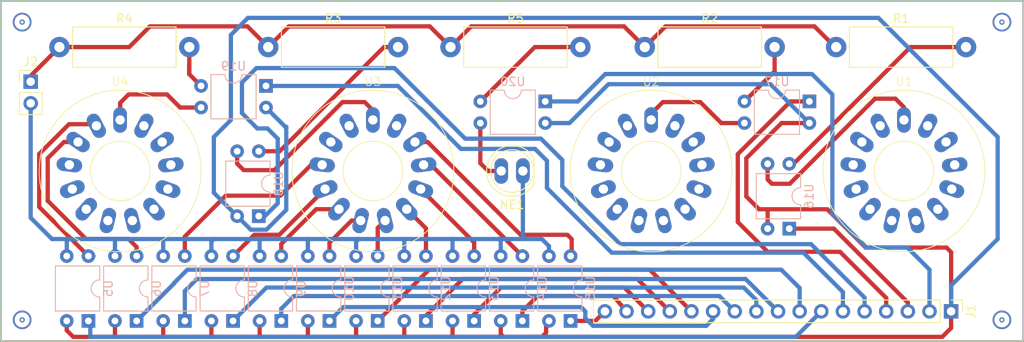
<source format=kicad_pcb>
(kicad_pcb (version 20240108) (generator "pcbnew") (generator_version "8.0")
  (layers (0 "F.Cu" signal) (1 "In1.Cu" signal) (2 "In2.Cu" signal) (31 "B.Cu" signal) (34 "B.Paste" user) (35 "F.Paste" user) (36 "B.SilkS" user "B.Silkscreen") (37 "F.SilkS" user "F.Silkscreen") (38 "B.Mask" user) (39 "F.Mask" user) (44 "Edge.Cuts" user))
  (net 0 "")
  (net 1 "Net-(J1-Pin_12)")
  (net 2 "Net-(J1-Pin_14)")
  (net 3 "Net-(J1-Pin_9)")
  (net 4 "Net-(J1-Pin_2)")
  (net 5 "Net-(J1-Pin_6)")
  (net 6 "Net-(J1-Pin_10)")
  (net 7 "Net-(J1-Pin_8)")
  (net 8 "Net-(J1-Pin_13)")
  (net 9 "Net-(J1-Pin_7)")
  (net 10 "Net-(J1-Pin_16)")
  (net 11 "Net-(J1-Pin_15)")
  (net 12 "Net-(J1-Pin_11)")
  (net 13 "Net-(J1-Pin_5)")
  (net 14 "Net-(J1-Pin_3)")
  (net 15 "Net-(J1-Pin_4)")
  (net 16 "+48V")
  (net 17 "GND")
  (net 18 "Net-(NE1-Pad2)")
  (net 19 "Net-(R1-Pad2)")
  (net 20 "Net-(R2-Pad2)")
  (net 21 "Net-(R3-Pad2)")
  (net 22 "Net-(R4-Pad2)")
  (net 23 "Net-(R5-Pad2)")
  (net 24 "/COMMA_L")
  (net 25 "/8")
  (net 26 "/COMMA_R")
  (net 27 "/7")
  (net 28 "/2")
  (net 29 "/9")
  (net 30 "/6")
  (net 31 "/3")
  (net 32 "/0")
  (net 33 "/1")
  (net 34 "/4")
  (net 35 "/5")
  (net 36 "Net-(U1-ANODE)")
  (net 37 "Net-(U2-ANODE)")
  (net 38 "Net-(U3-ANODE)")
  (net 39 "Net-(U4-ANODE)")
  (net 40 "GNDPWR")
  (net 41 "Net-(J1-Pin_17)")
  (footprint "in_14:IN_14" (layer "F.Cu") (at 93.666666 70)
    (property "Reference" "U3" (at 0 -10.5 0) (layer "F.SilkS") (effects (font (thickness 0.1))))
    (property "Value" "IN_14")
    (pad "1" thru_hole oval (at 0 -6) (size 1.6 3) (drill 1.1) (layers "*.Cu" "*.Mask") (net 38 "Net-(U3-ANODE)"))
    (pad "2" thru_hole oval (at -2.788339 -5.312736 27.7) (size 1.6 3) (drill 1.1) (layers "*.Cu" "*.Mask") (net 26 "/COMMA_R"))
    (pad "3" thru_hole oval (at -4.937903 -3.408388 55.4) (size 1.6 3) (drill 1.1) (layers "*.Cu" "*.Mask") (net 33 "/1"))
    (pad "4" thru_hole oval (at -5.956253 -0.72322 83.1) (size 1.6 3) (drill 1.1) (layers "*.Cu" "*.Mask") (net 28 "/2"))
    (pad "5" thru_hole oval (at -5.610097 2.127629 110.8) (size 1.6 3) (drill 1.1) (layers "*.Cu" "*.Mask") (net 31 "/3"))
    (pad "6" thru_hole oval (at -3.978736 4.491064 138.5) (size 1.6 3) (drill 1.1) (layers "*.Cu" "*.Mask") (net 34 "/4"))
    (pad "7" thru_hole oval (at -1.435894 5.825651 166.2) (size 1.6 3) (drill 1.1) (layers "*.Cu" "*.Mask") (net 35 "/5"))
    (pad "8" thru_hole oval (at 1.435894 5.825651 193.9) (size 1.6 3) (drill 1.1) (layers "*.Cu" "*.Mask") (net 30 "/6"))
    (pad "9" thru_hole oval (at 3.978736 4.491064 221.5) (size 1.6 3) (drill 1.1) (layers "*.Cu" "*.Mask") (net 27 "/7"))
    (pad "10" thru_hole oval (at 5.610097 2.127629 250) (size 1.6 3) (drill 1.1) (layers "*.Cu" "*.Mask") (net 25 "/8"))
    (pad "11" thru_hole oval (at 5.956253 -0.72322 277) (size 1.6 3) (drill 1.1) (layers "*.Cu" "*.Mask") (net 29 "/9"))
    (pad "12" thru_hole oval (at 4.937903 -3.408388 304.6) (size 1.6 3) (drill 1.1) (layers "*.Cu" "*.Mask") (net 32 "/0"))
    (pad "13" thru_hole oval (at 2.788339 -5.312736 332.3) (size 1.6 3) (drill 1.1) (layers "*.Cu" "*.Mask") (net 24 "/COMMA_L"))
  )
  (footprint "Resistor_THT:R_Axial_DIN0414_L11.9mm_D4.5mm_P15.24mm_Horizontal" (layer "F.Cu") (at 56.88 55.433332)
    (property "Reference" "R4" (at 7.62 -3.37 0) (layer "F.SilkS"))
    (property "Value" "R")
    (pad "1" thru_hole circle (at 0 0) (size 2.4 2.4) (drill 1.2) (layers "*.Cu" "*.Mask") (net 16 "+48V"))
    (pad "2" thru_hole oval (at 15.24 0) (size 2.4 2.4) (drill 1.2) (layers "*.Cu" "*.Mask") (net 22 "Net-(R4-Pad2)"))
  )
  (footprint "Resistor_THT:R_Axial_DIN0414_L11.9mm_D4.5mm_P15.24mm_Horizontal" (layer "F.Cu") (at 102.78 55.433332)
    (property "Reference" "R5" (at 7.62 -3.37 0) (layer "F.SilkS"))
    (property "Value" "R")
    (pad "1" thru_hole circle (at 0 0) (size 2.4 2.4) (drill 1.2) (layers "*.Cu" "*.Mask") (net 16 "+48V"))
    (pad "2" thru_hole oval (at 15.24 0) (size 2.4 2.4) (drill 1.2) (layers "*.Cu" "*.Mask") (net 23 "Net-(R5-Pad2)"))
  )
  (footprint "in_14:IN_14" (layer "F.Cu") (at 156 70)
    (property "Reference" "U1" (at 0 -10.5 0) (layer "F.SilkS") (effects (font (thickness 0.1))))
    (property "Value" "IN_14")
    (pad "1" thru_hole oval (at 0 -6) (size 1.6 3) (drill 1.1) (layers "*.Cu" "*.Mask") (net 36 "Net-(U1-ANODE)"))
    (pad "2" thru_hole oval (at -2.788339 -5.312736 27.7) (size 1.6 3) (drill 1.1) (layers "*.Cu" "*.Mask") (net 26 "/COMMA_R"))
    (pad "3" thru_hole oval (at -4.937903 -3.408388 55.4) (size 1.6 3) (drill 1.1) (layers "*.Cu" "*.Mask") (net 33 "/1"))
    (pad "4" thru_hole oval (at -5.956253 -0.72322 83.1) (size 1.6 3) (drill 1.1) (layers "*.Cu" "*.Mask") (net 28 "/2"))
    (pad "5" thru_hole oval (at -5.610097 2.127629 110.8) (size 1.6 3) (drill 1.1) (layers "*.Cu" "*.Mask") (net 31 "/3"))
    (pad "6" thru_hole oval (at -3.978736 4.491064 138.5) (size 1.6 3) (drill 1.1) (layers "*.Cu" "*.Mask") (net 34 "/4"))
    (pad "7" thru_hole oval (at -1.435894 5.825651 166.2) (size 1.6 3) (drill 1.1) (layers "*.Cu" "*.Mask") (net 35 "/5"))
    (pad "8" thru_hole oval (at 1.435894 5.825651 193.9) (size 1.6 3) (drill 1.1) (layers "*.Cu" "*.Mask") (net 30 "/6"))
    (pad "9" thru_hole oval (at 3.978736 4.491064 221.5) (size 1.6 3) (drill 1.1) (layers "*.Cu" "*.Mask") (net 27 "/7"))
    (pad "10" thru_hole oval (at 5.610097 2.127629 250) (size 1.6 3) (drill 1.1) (layers "*.Cu" "*.Mask") (net 25 "/8"))
    (pad "11" thru_hole oval (at 5.956253 -0.72322 277) (size 1.6 3) (drill 1.1) (layers "*.Cu" "*.Mask") (net 29 "/9"))
    (pad "12" thru_hole oval (at 4.937903 -3.408388 304.6) (size 1.6 3) (drill 1.1) (layers "*.Cu" "*.Mask") (net 32 "/0"))
    (pad "13" thru_hole oval (at 2.788339 -5.312736 332.3) (size 1.6 3) (drill 1.1) (layers "*.Cu" "*.Mask") (net 24 "/COMMA_L"))
  )
  (footprint "Connector_PinHeader_2.54mm:PinHeader_1x02_P2.54mm_Vertical" (layer "F.Cu") (at 53.5 59.5)
    (property "Reference" "J2" (at 0 -2.33 0) (layer "F.SilkS"))
    (property "Value" "Conn_01x02_Pin")
    (pad "1" thru_hole rect (at 0 0) (size 1.7 1.7) (drill 1) (layers "*.Cu" "*.Mask") (net 16 "+48V"))
    (pad "2" thru_hole oval (at 0 2.54) (size 1.7 1.7) (drill 1) (layers "*.Cu" "*.Mask") (net 40 "GNDPWR"))
  )
  (footprint "in_14:IN_14" (layer "F.Cu") (at 64 70)
    (property "Reference" "U4" (at 0 -10.5 0) (layer "F.SilkS") (effects (font (thickness 0.1))))
    (property "Value" "IN_14")
    (pad "1" thru_hole oval (at 0 -6) (size 1.6 3) (drill 1.1) (layers "*.Cu" "*.Mask") (net 39 "Net-(U4-ANODE)"))
    (pad "2" thru_hole oval (at -2.788339 -5.312736 27.7) (size 1.6 3) (drill 1.1) (layers "*.Cu" "*.Mask") (net 26 "/COMMA_R"))
    (pad "3" thru_hole oval (at -4.937903 -3.408388 55.4) (size 1.6 3) (drill 1.1) (layers "*.Cu" "*.Mask") (net 33 "/1"))
    (pad "4" thru_hole oval (at -5.956253 -0.72322 83.1) (size 1.6 3) (drill 1.1) (layers "*.Cu" "*.Mask") (net 28 "/2"))
    (pad "5" thru_hole oval (at -5.610097 2.127629 110.8) (size 1.6 3) (drill 1.1) (layers "*.Cu" "*.Mask") (net 31 "/3"))
    (pad "6" thru_hole oval (at -3.978736 4.491064 138.5) (size 1.6 3) (drill 1.1) (layers "*.Cu" "*.Mask") (net 34 "/4"))
    (pad "7" thru_hole oval (at -1.435894 5.825651 166.2) (size 1.6 3) (drill 1.1) (layers "*.Cu" "*.Mask") (net 35 "/5"))
    (pad "8" thru_hole oval (at 1.435894 5.825651 193.9) (size 1.6 3) (drill 1.1) (layers "*.Cu" "*.Mask") (net 30 "/6"))
    (pad "9" thru_hole oval (at 3.978736 4.491064 221.5) (size 1.6 3) (drill 1.1) (layers "*.Cu" "*.Mask") (net 27 "/7"))
    (pad "10" thru_hole oval (at 5.610097 2.127629 250) (size 1.6 3) (drill 1.1) (layers "*.Cu" "*.Mask") (net 25 "/8"))
    (pad "11" thru_hole oval (at 5.956253 -0.72322 277) (size 1.6 3) (drill 1.1) (layers "*.Cu" "*.Mask") (net 29 "/9"))
    (pad "12" thru_hole oval (at 4.937903 -3.408388 304.6) (size 1.6 3) (drill 1.1) (layers "*.Cu" "*.Mask") (net 32 "/0"))
    (pad "13" thru_hole oval (at 2.788339 -5.312736 332.3) (size 1.6 3) (drill 1.1) (layers "*.Cu" "*.Mask") (net 24 "/COMMA_L"))
  )
  (footprint "Resistor_THT:R_Axial_DIN0414_L11.9mm_D4.5mm_P15.24mm_Horizontal" (layer "F.Cu") (at 148.046663 55.433332)
    (property "Reference" "R1" (at 7.62 -3.37 0) (layer "F.SilkS"))
    (property "Value" "R")
    (pad "1" thru_hole circle (at 0 0) (size 2.4 2.4) (drill 1.2) (layers "*.Cu" "*.Mask") (net 16 "+48V"))
    (pad "2" thru_hole oval (at 15.24 0) (size 2.4 2.4) (drill 1.2) (layers "*.Cu" "*.Mask") (net 19 "Net-(R1-Pad2)"))
  )
  (footprint "Resistor_THT:R_Axial_DIN0414_L11.9mm_D4.5mm_P15.24mm_Horizontal" (layer "F.Cu") (at 125.58 55.433332)
    (property "Reference" "R2" (at 7.62 -3.37 0) (layer "F.SilkS"))
    (property "Value" "R")
    (pad "1" thru_hole circle (at 0 0) (size 2.4 2.4) (drill 1.2) (layers "*.Cu" "*.Mask") (net 16 "+48V"))
    (pad "2" thru_hole oval (at 15.24 0) (size 2.4 2.4) (drill 1.2) (layers "*.Cu" "*.Mask") (net 20 "Net-(R2-Pad2)"))
  )
  (footprint "in_14:IN_14" (layer "F.Cu") (at 126.333332 70)
    (property "Reference" "U2" (at 0 -10.5 0) (layer "F.SilkS") (effects (font (thickness 0.1))))
    (property "Value" "IN_14")
    (pad "1" thru_hole oval (at 0 -6) (size 1.6 3) (drill 1.1) (layers "*.Cu" "*.Mask") (net 37 "Net-(U2-ANODE)"))
    (pad "2" thru_hole oval (at -2.788339 -5.312736 27.7) (size 1.6 3) (drill 1.1) (layers "*.Cu" "*.Mask") (net 26 "/COMMA_R"))
    (pad "3" thru_hole oval (at -4.937903 -3.408388 55.4) (size 1.6 3) (drill 1.1) (layers "*.Cu" "*.Mask") (net 33 "/1"))
    (pad "4" thru_hole oval (at -5.956253 -0.72322 83.1) (size 1.6 3) (drill 1.1) (layers "*.Cu" "*.Mask") (net 28 "/2"))
    (pad "5" thru_hole oval (at -5.610097 2.127629 110.8) (size 1.6 3) (drill 1.1) (layers "*.Cu" "*.Mask") (net 31 "/3"))
    (pad "6" thru_hole oval (at -3.978736 4.491064 138.5) (size 1.6 3) (drill 1.1) (layers "*.Cu" "*.Mask") (net 34 "/4"))
    (pad "7" thru_hole oval (at -1.435894 5.825651 166.2) (size 1.6 3) (drill 1.1) (layers "*.Cu" "*.Mask") (net 35 "/5"))
    (pad "8" thru_hole oval (at 1.435894 5.825651 193.9) (size 1.6 3) (drill 1.1) (layers "*.Cu" "*.Mask") (net 30 "/6"))
    (pad "9" thru_hole oval (at 3.978736 4.491064 221.5) (size 1.6 3) (drill 1.1) (layers "*.Cu" "*.Mask") (net 27 "/7"))
    (pad "10" thru_hole oval (at 5.610097 2.127629 250) (size 1.6 3) (drill 1.1) (layers "*.Cu" "*.Mask") (net 25 "/8"))
    (pad "11" thru_hole oval (at 5.956253 -0.72322 277) (size 1.6 3) (drill 1.1) (layers "*.Cu" "*.Mask") (net 29 "/9"))
    (pad "12" thru_hole oval (at 4.937903 -3.408388 304.6) (size 1.6 3) (drill 1.1) (layers "*.Cu" "*.Mask") (net 32 "/0"))
    (pad "13" thru_hole oval (at 2.788339 -5.312736 332.3) (size 1.6 3) (drill 1.1) (layers "*.Cu" "*.Mask") (net 24 "/COMMA_L"))
  )
  (footprint "LED_THT:LED_D5.0mm" (layer "F.Cu") (at 111.274999 70 180)
    (property "Reference" "NE1" (at 1.27 -3.96 180) (layer "F.SilkS"))
    (property "Value" "Lamp_Neon")
    (pad "1" thru_hole oval (at 0 0 180) (size 1.6 3) (drill 1.1) (layers "*.Cu" "*.Mask") (net 40 "GNDPWR"))
    (pad "2" thru_hole oval (at 2.54 0 180) (size 1.6 3) (drill 1.1) (layers "*.Cu" "*.Mask") (net 18 "Net-(NE1-Pad2)"))
  )
  (footprint "Resistor_THT:R_Axial_DIN0414_L11.9mm_D4.5mm_P15.24mm_Horizontal" (layer "F.Cu") (at 81.379999 55.433332)
    (property "Reference" "R3" (at 7.62 -3.37 0) (layer "F.SilkS"))
    (property "Value" "R")
    (pad "1" thru_hole circle (at 0 0) (size 2.4 2.4) (drill 1.2) (layers "*.Cu" "*.Mask") (net 16 "+48V"))
    (pad "2" thru_hole oval (at 15.24 0) (size 2.4 2.4) (drill 1.2) (layers "*.Cu" "*.Mask") (net 21 "Net-(R3-Pad2)"))
  )
  (footprint "Connector_PinHeader_2.54mm:PinHeader_1x17_P2.54mm_Vertical" (layer "F.Cu") (at 161.54 86.5 -90)
    (property "Reference" "J1" (at 0 -2.33 -90) (layer "F.SilkS"))
    (property "Value" "Conn_01x17_Pin")
    (pad "1" thru_hole rect (at 0 0 270) (size 1.7 1.7) (drill 1) (layers "*.Cu" "*.Mask") (net 17 "GND"))
    (pad "2" thru_hole oval (at 0 2.54 270) (size 1.7 1.7) (drill 1) (layers "*.Cu" "*.Mask") (net 4 "Net-(J1-Pin_2)"))
    (pad "3" thru_hole oval (at 0 5.08 270) (size 1.7 1.7) (drill 1) (layers "*.Cu" "*.Mask") (net 14 "Net-(J1-Pin_3)"))
    (pad "4" thru_hole oval (at 0 7.62 270) (size 1.7 1.7) (drill 1) (layers "*.Cu" "*.Mask") (net 15 "Net-(J1-Pin_4)"))
    (pad "5" thru_hole oval (at 0 10.16 270) (size 1.7 1.7) (drill 1) (layers "*.Cu" "*.Mask") (net 13 "Net-(J1-Pin_5)"))
    (pad "6" thru_hole oval (at 0 12.7 270) (size 1.7 1.7) (drill 1) (layers "*.Cu" "*.Mask") (net 5 "Net-(J1-Pin_6)"))
    (pad "7" thru_hole oval (at 0 15.24 270) (size 1.7 1.7) (drill 1) (layers "*.Cu" "*.Mask") (net 9 "Net-(J1-Pin_7)"))
    (pad "8" thru_hole oval (at 0 17.78 270) (size 1.7 1.7) (drill 1) (layers "*.Cu" "*.Mask") (net 7 "Net-(J1-Pin_8)"))
    (pad "9" thru_hole oval (at 0 20.32 270) (size 1.7 1.7) (drill 1) (layers "*.Cu" "*.Mask") (net 3 "Net-(J1-Pin_9)"))
    (pad "10" thru_hole oval (at 0 22.86 270) (size 1.7 1.7) (drill 1) (layers "*.Cu" "*.Mask") (net 6 "Net-(J1-Pin_10)"))
    (pad "11" thru_hole oval (at 0 25.4 270) (size 1.7 1.7) (drill 1) (layers "*.Cu" "*.Mask") (net 12 "Net-(J1-Pin_11)"))
    (pad "12" thru_hole oval (at 0 27.94 270) (size 1.7 1.7) (drill 1) (layers "*.Cu" "*.Mask") (net 1 "Net-(J1-Pin_12)"))
    (pad "13" thru_hole oval (at 0 30.48 270) (size 1.7 1.7) (drill 1) (layers "*.Cu" "*.Mask") (net 8 "Net-(J1-Pin_13)"))
    (pad "14" thru_hole oval (at 0 33.02 270) (size 1.7 1.7) (drill 1) (layers "*.Cu" "*.Mask") (net 2 "Net-(J1-Pin_14)"))
    (pad "15" thru_hole oval (at 0 35.56 270) (size 1.7 1.7) (drill 1) (layers "*.Cu" "*.Mask") (net 11 "Net-(J1-Pin_15)"))
    (pad "16" thru_hole oval (at 0 38.1 270) (size 1.7 1.7) (drill 1) (layers "*.Cu" "*.Mask") (net 10 "Net-(J1-Pin_16)"))
    (pad "17" thru_hole oval (at 0 40.64 270) (size 1.7 1.7) (drill 1) (layers "*.Cu" "*.Mask") (net 41 "Net-(J1-Pin_17)"))
  )
  (footprint "Package_DIP:DIP-4_W7.62mm" (layer "B.Cu") (at 99.895 87.62 90)
    (property "Reference" "U12" (at 3.81 2.33 -90) (layer "B.SilkS") (effects (justify mirror)))
    (property "Value" "TLP627")
    (pad "1" thru_hole rect (at 0 0 90) (size 1.6 1.6) (drill 0.8) (layers "*.Cu" "*.Mask") (net 2 "Net-(J1-Pin_14)"))
    (pad "2" thru_hole oval (at 0 -2.54 90) (size 1.6 1.6) (drill 0.8) (layers "*.Cu" "*.Mask") (net 17 "GND"))
    (pad "3" thru_hole oval (at 7.62 -2.54 90) (size 1.6 1.6) (drill 0.8) (layers "*.Cu" "*.Mask") (net 40 "GNDPWR"))
    (pad "4" thru_hole oval (at 7.62 0 90) (size 1.6 1.6) (drill 0.8) (layers "*.Cu" "*.Mask") (net 27 "/7"))
  )
  (footprint "Package_DIP:DIP-4_W7.62mm" (layer "B.Cu") (at 142.54 76.775 90)
    (property "Reference" "U16" (at 3.81 2.33 -90) (layer "B.SilkS") (effects (justify mirror)))
    (property "Value" "TLP627")
    (pad "1" thru_hole rect (at 0 0 90) (size 1.6 1.6) (drill 0.8) (layers "*.Cu" "*.Mask") (net 14 "Net-(J1-Pin_3)"))
    (pad "2" thru_hole oval (at 0 -2.54 90) (size 1.6 1.6) (drill 0.8) (layers "*.Cu" "*.Mask") (net 17 "GND"))
    (pad "3" thru_hole oval (at 7.62 -2.54 90) (size 1.6 1.6) (drill 0.8) (layers "*.Cu" "*.Mask") (net 36 "Net-(U1-ANODE)"))
    (pad "4" thru_hole oval (at 7.62 0 90) (size 1.6 1.6) (drill 0.8) (layers "*.Cu" "*.Mask") (net 19 "Net-(R1-Pad2)"))
  )
  (footprint "Package_DIP:DIP-4_W7.62mm" (layer "B.Cu") (at 80.275 75.3 90)
    (property "Reference" "U18" (at 3.81 2.33 -90) (layer "B.SilkS") (effects (justify mirror)))
    (property "Value" "TLP627")
    (pad "1" thru_hole rect (at 0 0 90) (size 1.6 1.6) (drill 0.8) (layers "*.Cu" "*.Mask") (net 13 "Net-(J1-Pin_5)"))
    (pad "2" thru_hole oval (at 0 -2.54 90) (size 1.6 1.6) (drill 0.8) (layers "*.Cu" "*.Mask") (net 17 "GND"))
    (pad "3" thru_hole oval (at 7.62 -2.54 90) (size 1.6 1.6) (drill 0.8) (layers "*.Cu" "*.Mask") (net 38 "Net-(U3-ANODE)"))
    (pad "4" thru_hole oval (at 7.62 0 90) (size 1.6 1.6) (drill 0.8) (layers "*.Cu" "*.Mask") (net 21 "Net-(R3-Pad2)"))
  )
  (footprint "Package_DIP:DIP-4_W7.62mm" (layer "B.Cu") (at 113.9 61.825 180)
    (property "Reference" "U20" (at 3.81 2.33 180) (layer "B.SilkS") (effects (justify mirror)))
    (property "Value" "TLP627")
    (pad "1" thru_hole rect (at 0 0 180) (size 1.6 1.6) (drill 0.8) (layers "*.Cu" "*.Mask") (net 4 "Net-(J1-Pin_2)"))
    (pad "2" thru_hole oval (at 0 -2.54 180) (size 1.6 1.6) (drill 0.8) (layers "*.Cu" "*.Mask") (net 17 "GND"))
    (pad "3" thru_hole oval (at 7.62 -2.54 180) (size 1.6 1.6) (drill 0.8) (layers "*.Cu" "*.Mask") (net 18 "Net-(NE1-Pad2)"))
    (pad "4" thru_hole oval (at 7.62 0 180) (size 1.6 1.6) (drill 0.8) (layers "*.Cu" "*.Mask") (net 23 "Net-(R5-Pad2)"))
  )
  (footprint "Package_DIP:DIP-4_W7.62mm" (layer "B.Cu") (at 144.9 61.825 180)
    (property "Reference" "U17" (at 3.81 2.33 180) (layer "B.SilkS") (effects (justify mirror)))
    (property "Value" "TLP627")
    (pad "1" thru_hole rect (at 0 0 180) (size 1.6 1.6) (drill 0.8) (layers "*.Cu" "*.Mask") (net 15 "Net-(J1-Pin_4)"))
    (pad "2" thru_hole oval (at 0 -2.54 180) (size 1.6 1.6) (drill 0.8) (layers "*.Cu" "*.Mask") (net 17 "GND"))
    (pad "3" thru_hole oval (at 7.62 -2.54 180) (size 1.6 1.6) (drill 0.8) (layers "*.Cu" "*.Mask") (net 37 "Net-(U2-ANODE)"))
    (pad "4" thru_hole oval (at 7.62 0 180) (size 1.6 1.6) (drill 0.8) (layers "*.Cu" "*.Mask") (net 20 "Net-(R2-Pad2)"))
  )
  (footprint "Package_DIP:DIP-4_W7.62mm" (layer "B.Cu") (at 105.555 87.62 90)
    (property "Reference" "U13" (at 3.81 2.33 -90) (layer "B.SilkS") (effects (justify mirror)))
    (property "Value" "TLP627")
    (pad "1" thru_hole rect (at 0 0 90) (size 1.6 1.6) (drill 0.8) (layers "*.Cu" "*.Mask") (net 11 "Net-(J1-Pin_15)"))
    (pad "2" thru_hole oval (at 0 -2.54 90) (size 1.6 1.6) (drill 0.8) (layers "*.Cu" "*.Mask") (net 17 "GND"))
    (pad "3" thru_hole oval (at 7.62 -2.54 90) (size 1.6 1.6) (drill 0.8) (layers "*.Cu" "*.Mask") (net 40 "GNDPWR"))
    (pad "4" thru_hole oval (at 7.62 0 90) (size 1.6 1.6) (drill 0.8) (layers "*.Cu" "*.Mask") (net 25 "/8"))
  )
  (footprint "Package_DIP:DIP-4_W7.62mm" (layer "B.Cu") (at 60.275 87.62 90)
    (property "Reference" "U5" (at 3.81 2.33 -90) (layer "B.SilkS") (effects (justify mirror)))
    (property "Value" "TLP627")
    (pad "1" thru_hole rect (at 0 0 90) (size 1.6 1.6) (drill 0.8) (layers "*.Cu" "*.Mask") (net 9 "Net-(J1-Pin_7)"))
    (pad "2" thru_hole oval (at 0 -2.54 90) (size 1.6 1.6) (drill 0.8) (layers "*.Cu" "*.Mask") (net 17 "GND"))
    (pad "3" thru_hole oval (at 7.62 -2.54 90) (size 1.6 1.6) (drill 0.8) (layers "*.Cu" "*.Mask") (net 40 "GNDPWR"))
    (pad "4" thru_hole oval (at 7.62 0 90) (size 1.6 1.6) (drill 0.8) (layers "*.Cu" "*.Mask") (net 26 "/COMMA_R"))
  )
  (footprint "Package_DIP:DIP-4_W7.62mm" (layer "B.Cu") (at 88.575 87.62 90)
    (property "Reference" "U10" (at 3.81 2.33 -90) (layer "B.SilkS") (effects (justify mirror)))
    (property "Value" "TLP627")
    (pad "1" thru_hole rect (at 0 0 90) (size 1.6 1.6) (drill 0.8) (layers "*.Cu" "*.Mask") (net 1 "Net-(J1-Pin_12)"))
    (pad "2" thru_hole oval (at 0 -2.54 90) (size 1.6 1.6) (drill 0.8) (layers "*.Cu" "*.Mask") (net 17 "GND"))
    (pad "3" thru_hole oval (at 7.62 -2.54 90) (size 1.6 1.6) (drill 0.8) (layers "*.Cu" "*.Mask") (net 40 "GNDPWR"))
    (pad "4" thru_hole oval (at 7.62 0 90) (size 1.6 1.6) (drill 0.8) (layers "*.Cu" "*.Mask") (net 35 "/5"))
  )
  (footprint "Package_DIP:DIP-4_W7.62mm" (layer "B.Cu") (at 111.215 87.62 90)
    (property "Reference" "U14" (at 3.81 2.33 -90) (layer "B.SilkS") (effects (justify mirror)))
    (property "Value" "TLP627")
    (pad "1" thru_hole rect (at 0 0 90) (size 1.6 1.6) (drill 0.8) (layers "*.Cu" "*.Mask") (net 10 "Net-(J1-Pin_16)"))
    (pad "2" thru_hole oval (at 0 -2.54 90) (size 1.6 1.6) (drill 0.8) (layers "*.Cu" "*.Mask") (net 17 "GND"))
    (pad "3" thru_hole oval (at 7.62 -2.54 90) (size 1.6 1.6) (drill 0.8) (layers "*.Cu" "*.Mask") (net 40 "GNDPWR"))
    (pad "4" thru_hole oval (at 7.62 0 90) (size 1.6 1.6) (drill 0.8) (layers "*.Cu" "*.Mask") (net 29 "/9"))
  )
  (footprint "Package_DIP:DIP-4_W7.62mm" (layer "B.Cu") (at 94.235 87.62 90)
    (property "Reference" "U11" (at 3.81 2.33 -90) (layer "B.SilkS") (effects (justify mirror)))
    (property "Value" "TLP627")
    (pad "1" thru_hole rect (at 0 0 90) (size 1.6 1.6) (drill 0.8) (layers "*.Cu" "*.Mask") (net 8 "Net-(J1-Pin_13)"))
    (pad "2" thru_hole oval (at 0 -2.54 90) (size 1.6 1.6) (drill 0.8) (layers "*.Cu" "*.Mask") (net 17 "GND"))
    (pad "3" thru_hole oval (at 7.62 -2.54 90) (size 1.6 1.6) (drill 0.8) (layers "*.Cu" "*.Mask") (net 40 "GNDPWR"))
    (pad "4" thru_hole oval (at 7.62 0 90) (size 1.6 1.6) (drill 0.8) (layers "*.Cu" "*.Mask") (net 30 "/6"))
  )
  (footprint "Package_DIP:DIP-4_W7.62mm" (layer "B.Cu") (at 81.12 60 180)
    (property "Reference" "U19" (at 3.81 2.33 180) (layer "B.SilkS") (effects (justify mirror)))
    (property "Value" "TLP627")
    (pad "1" thru_hole rect (at 0 0 180) (size 1.6 1.6) (drill 0.8) (layers "*.Cu" "*.Mask") (net 5 "Net-(J1-Pin_6)"))
    (pad "2" thru_hole oval (at 0 -2.54 180) (size 1.6 1.6) (drill 0.8) (layers "*.Cu" "*.Mask") (net 17 "GND"))
    (pad "3" thru_hole oval (at 7.62 -2.54 180) (size 1.6 1.6) (drill 0.8) (layers "*.Cu" "*.Mask") (net 39 "Net-(U4-ANODE)"))
    (pad "4" thru_hole oval (at 7.62 0 180) (size 1.6 1.6) (drill 0.8) (layers "*.Cu" "*.Mask") (net 22 "Net-(R4-Pad2)"))
  )
  (footprint "Package_DIP:DIP-4_W7.62mm" (layer "B.Cu") (at 71.595 87.62 90)
    (property "Reference" "U7" (at 3.81 2.33 -90) (layer "B.SilkS") (effects (justify mirror)))
    (property "Value" "TLP627")
    (pad "1" thru_hole rect (at 0 0 90) (size 1.6 1.6) (drill 0.8) (layers "*.Cu" "*.Mask") (net 3 "Net-(J1-Pin_9)"))
    (pad "2" thru_hole oval (at 0 -2.54 90) (size 1.6 1.6) (drill 0.8) (layers "*.Cu" "*.Mask") (net 17 "GND"))
    (pad "3" thru_hole oval (at 7.62 -2.54 90) (size 1.6 1.6) (drill 0.8) (layers "*.Cu" "*.Mask") (net 40 "GNDPWR"))
    (pad "4" thru_hole oval (at 7.62 0 90) (size 1.6 1.6) (drill 0.8) (layers "*.Cu" "*.Mask") (net 28 "/2"))
  )
  (footprint "Package_DIP:DIP-4_W7.62mm" (layer "B.Cu") (at 77.255 87.62 90)
    (property "Reference" "U8" (at 3.81 2.33 -90) (layer "B.SilkS") (effects (justify mirror)))
    (property "Value" "TLP627")
    (pad "1" thru_hole rect (at 0 0 90) (size 1.6 1.6) (drill 0.8) (layers "*.Cu" "*.Mask") (net 6 "Net-(J1-Pin_10)"))
    (pad "2" thru_hole oval (at 0 -2.54 90) (size 1.6 1.6) (drill 0.8) (layers "*.Cu" "*.Mask") (net 17 "GND"))
    (pad "3" thru_hole oval (at 7.62 -2.54 90) (size 1.6 1.6) (drill 0.8) (layers "*.Cu" "*.Mask") (net 40 "GNDPWR"))
    (pad "4" thru_hole oval (at 7.62 0 90) (size 1.6 1.6) (drill 0.8) (layers "*.Cu" "*.Mask") (net 31 "/3"))
  )
  (footprint "Package_DIP:DIP-4_W7.62mm" (layer "B.Cu") (at 65.935 87.62 90)
    (property "Reference" "U6" (at 3.81 2.33 -90) (layer "B.SilkS") (effects (justify mirror)))
    (property "Value" "TLP627")
    (pad "1" thru_hole rect (at 0 0 90) (size 1.6 1.6) (drill 0.8) (layers "*.Cu" "*.Mask") (net 7 "Net-(J1-Pin_8)"))
    (pad "2" thru_hole oval (at 0 -2.54 90) (size 1.6 1.6) (drill 0.8) (layers "*.Cu" "*.Mask") (net 17 "GND"))
    (pad "3" thru_hole oval (at 7.62 -2.54 90) (size 1.6 1.6) (drill 0.8) (layers "*.Cu" "*.Mask") (net 40 "GNDPWR"))
    (pad "4" thru_hole oval (at 7.62 0 90) (size 1.6 1.6) (drill 0.8) (layers "*.Cu" "*.Mask") (net 33 "/1"))
  )
  (footprint "Package_DIP:DIP-4_W7.62mm" (layer "B.Cu") (at 116.875 87.62 90)
    (property "Reference" "U15" (at 3.81 2.33 -90) (layer "B.SilkS") (effects (justify mirror)))
    (property "Value" "TLP627")
    (pad "1" thru_hole rect (at 0 0 90) (size 1.6 1.6) (drill 0.8) (layers "*.Cu" "*.Mask") (net 41 "Net-(J1-Pin_17)"))
    (pad "2" thru_hole oval (at 0 -2.54 90) (size 1.6 1.6) (drill 0.8) (layers "*.Cu" "*.Mask") (net 17 "GND"))
    (pad "3" thru_hole oval (at 7.62 -2.54 90) (size 1.6 1.6) (drill 0.8) (layers "*.Cu" "*.Mask") (net 40 "GNDPWR"))
    (pad "4" thru_hole oval (at 7.62 0 90) (size 1.6 1.6) (drill 0.8) (layers "*.Cu" "*.Mask") (net 32 "/0"))
  )
  (footprint "Package_DIP:DIP-4_W7.62mm" (layer "B.Cu") (at 82.915 87.62 90)
    (property "Reference" "U9" (at 3.81 2.33 -90) (layer "B.SilkS") (effects (justify mirror)))
    (property "Value" "TLP627")
    (pad "1" thru_hole rect (at 0 0 90) (size 1.6 1.6) (drill 0.8) (layers "*.Cu" "*.Mask") (net 12 "Net-(J1-Pin_11)"))
    (pad "2" thru_hole oval (at 0 -2.54 90) (size 1.6 1.6) (drill 0.8) (layers "*.Cu" "*.Mask") (net 17 "GND"))
    (pad "3" thru_hole oval (at 7.62 -2.54 90) (size 1.6 1.6) (drill 0.8) (layers "*.Cu" "*.Mask") (net 40 "GNDPWR"))
    (pad "4" thru_hole oval (at 7.62 0 90) (size 1.6 1.6) (drill 0.8) (layers "*.Cu" "*.Mask") (net 34 "/4"))
  )
  (gr_line (start 170 50) (end 170 90) (stroke (width 0.2)) (layer "F.Cu"))
  (gr_circle (center 52.5 52.5) (end 52.5 51.5) (stroke (width 0.2)) (fill none) (layer "F.Cu"))
  (gr_circle (center 167.5 87.5) (end 168.5 87.5) (stroke (width 0.2)) (fill none) (layer "F.Cu"))
  (gr_circle (center 167.5 52.5) (end 168.5 52.5) (stroke (width 0.2)) (fill none) (layer "F.Cu"))
  (gr_circle (center 52.5 87.5) (end 52.5 88.5) (stroke (width 0.2)) (fill none) (layer "F.Cu"))
  (gr_line (start 170 90) (end 50 90) (stroke (width 0.2)) (layer "F.Cu"))
  (gr_line (start 170 50) (end 50 50) (stroke (width 0.2)) (layer "F.Cu"))
  (gr_line (start 50 90) (end 50 50) (stroke (width 0.2)) (layer "F.Cu"))
  (gr_circle (center 52.5 87.5) (end 52.9 88.4) (stroke (width 0.2)) (fill none) (layer "B.Cu"))
  (gr_circle (center 52.5 52.5) (end 52.6 53.5) (stroke (width 0.2)) (fill none) (layer "B.Cu"))
  (gr_circle (center 167.5 87.5) (end 167.9 88.4) (stroke (width 0.2)) (fill none) (layer "B.Cu"))
  (gr_line (start 50 50) (end 170 50) (stroke (width 0.2)) (layer "B.Cu"))
  (gr_line (start 170 50) (end 170 90) (stroke (width 0.2)) (layer "B.Cu"))
  (gr_circle (center 167.5 52.5) (end 168.1 53.3) (stroke (width 0.2)) (fill none) (layer "B.Cu"))
  (gr_line (start 170 90) (end 50 90) (stroke (width 0.2)) (layer "B.Cu"))
  (gr_line (start 50 50) (end 50 90) (stroke (width 0.2)) (layer "B.Cu"))
  (gr_line (start 50 50) (end 170 50) (stroke (width 0.1)) (layer "F.SilkS"))
  (gr_line (start 170 90) (end 50 90) (stroke (width 0.1)) (layer "F.SilkS"))
  (gr_line (start 50 90) (end 50 50) (stroke (width 0.1)) (layer "F.SilkS"))
  (gr_line (start 170 50) (end 170 90) (stroke (width 0.1)) (layer "F.SilkS"))
  (via (at 167.5 87.5) (size 0.6) (drill 0.3) (layers "F.Cu" "B.Cu") (net 0))
  (via (at 52.5 52.5) (size 0.6) (drill 0.3) (layers "F.Cu" "B.Cu") (net 0))
  (via (at 167.5 52.5) (size 0.6) (drill 0.3) (layers "F.Cu" "B.Cu") (net 0))
  (via (at 52.5 87.5) (size 0.6) (drill 0.3) (layers "F.Cu" "B.Cu") (net 0))
  (segment (start 118.6 87.3) (end 118.6 86.5) (width 0.5) (layer "B.Cu") (net 1))
  (segment (start 119.5 88.2) (end 118.6 87.3) (width 0.5) (layer "B.Cu") (net 1))
  (segment (start 133.6 86.5) (end 133.6 87.4) (width 0.5) (layer "B.Cu") (net 1))
  (segment (start 118.6 86.5) (end 118.1 86) (width 0.5) (layer "B.Cu") (net 1))
  (segment (start 133.6 87.4) (end 132.8 88.2) (width 0.5) (layer "B.Cu") (net 1))
  (segment (start 90.195 86) (end 88.575 87.62) (width 0.5) (layer "B.Cu") (net 1))
  (segment (start 132.8 88.2) (end 119.5 88.2) (width 0.5) (layer "B.Cu") (net 1))
  (segment (start 118.1 86) (end 90.195 86) (width 0.5) (layer "B.Cu") (net 1))
  (segment (start 104.2 82.7) (end 124.72 82.7) (width 0.5) (layer "F.Cu") (net 2))
  (segment (start 124.72 82.7) (end 128.52 86.5) (width 0.5) (layer "F.Cu") (net 2))
  (segment (start 99.895 87.62) (end 99.895 87.005) (width 0.5) (layer "F.Cu") (net 2))
  (segment (start 99.895 87.005) (end 104.2 82.7) (width 0.5) (layer "F.Cu") (net 2))
  (segment (start 73 82.7) (end 71.595 84.105) (width 0.5) (layer "B.Cu") (net 3))
  (segment (start 137.42 82.7) (end 73 82.7) (width 0.5) (layer "B.Cu") (net 3))
  (segment (start 141.22 86.5) (end 137.42 82.7) (width 0.5) (layer "B.Cu") (net 3))
  (segment (start 71.595 84.105) (end 71.595 87.62) (width 0.5) (layer "B.Cu") (net 3))
  (segment (start 117.725 61.825) (end 113.9 61.825) (width 0.5) (layer "B.Cu") (net 4))
  (segment (start 151.6 79) (end 147.6 75) (width 0.5) (layer "B.Cu") (net 4))
  (segment (start 120.95 58.6) (end 117.725 61.825) (width 0.5) (layer "B.Cu") (net 4))
  (segment (start 147.6 61) (end 145.2 58.6) (width 0.5) (layer "B.Cu") (net 4))
  (segment (start 145.2 58.6) (end 120.95 58.6) (width 0.5) (layer "B.Cu") (net 4))
  (segment (start 156.4 79) (end 151.6 79) (width 0.5) (layer "B.Cu") (net 4))
  (segment (start 159 81.6) (end 156.4 79) (width 0.5) (layer "B.Cu") (net 4))
  (segment (start 159 86.5) (end 159 81.6) (width 0.5) (layer "B.Cu") (net 4))
  (segment (start 147.6 75) (end 147.6 61) (width 0.5) (layer "B.Cu") (net 4))
  (segment (start 148.84 84.24) (end 144.2 79.6) (width 0.5) (layer "B.Cu") (net 5))
  (segment (start 121.7 79.6) (end 114.1 72) (width 0.5) (layer "B.Cu") (net 5))
  (segment (start 104 67.4) (end 96.6 60) (width 0.5) (layer "B.Cu") (net 5))
  (segment (start 112.7 67.4) (end 104 67.4) (width 0.5) (layer "B.Cu") (net 5))
  (segment (start 114.1 72) (end 114.1 68.8) (width 0.5) (layer "B.Cu") (net 5))
  (segment (start 96.6 60) (end 81.12 60) (width 0.5) (layer "B.Cu") (net 5))
  (segment (start 148.84 86.5) (end 148.84 84.24) (width 0.5) (layer "B.Cu") (net 5))
  (segment (start 144.2 79.6) (end 121.7 79.6) (width 0.5) (layer "B.Cu") (net 5))
  (segment (start 114.1 68.8) (end 112.7 67.4) (width 0.5) (layer "B.Cu") (net 5))
  (segment (start 137.2 83.7) (end 138.68 85.18) (width 0.5) (layer "B.Cu") (net 6))
  (segment (start 77.255 87.62) (end 81.175 83.7) (width 0.5) (layer "B.Cu") (net 6))
  (segment (start 138.68 85.18) (end 138.68 86.5) (width 0.5) (layer "B.Cu") (net 6))
  (segment (start 81.175 83.7) (end 137.2 83.7) (width 0.5) (layer "B.Cu") (net 6))
  (segment (start 141.6 81.6) (end 143.76 83.76) (width 0.5) (layer "B.Cu") (net 7))
  (segment (start 70.345 83.155) (end 71.9 81.6) (width 0.5) (layer "B.Cu") (net 7))
  (segment (start 65.935 87.62) (end 70.345 83.21) (width 0.5) (layer "B.Cu") (net 7))
  (segment (start 143.76 83.76) (end 143.76 86.5) (width 0.5) (layer "B.Cu") (net 7))
  (segment (start 70.345 83.21) (end 70.345 83.155) (width 0.5) (layer "B.Cu") (net 7))
  (segment (start 71.9 81.6) (end 141.6 81.6) (width 0.5) (layer "B.Cu") (net 7))
  (segment (start 126.16 81.6) (end 100.255 81.6) (width 0.5) (layer "F.Cu") (net 8))
  (segment (start 131.06 86.5) (end 126.16 81.6) (width 0.5) (layer "F.Cu") (net 8))
  (segment (start 100.255 81.6) (end 94.235 87.62) (width 0.5) (layer "F.Cu") (net 8))
  (segment (start 60.5 89.5) (end 60.5 87.845) (width 0.5) (layer "B.Cu") (net 9))
  (segment (start 146.3 86.5) (end 143.3 89.5) (width 0.5) (layer "B.Cu") (net 9))
  (segment (start 60.5 87.845) (end 60.275 87.62) (width 0.5) (layer "B.Cu") (net 9))
  (segment (start 143.3 89.5) (end 60.5 89.5) (width 0.5) (layer "B.Cu") (net 9))
  (segment (start 113 84.7) (end 121.9 84.7) (width 0.5) (layer "F.Cu") (net 10))
  (segment (start 111.215 87.62) (end 111.215 86.485) (width 0.5) (layer "F.Cu") (net 10))
  (segment (start 121.9 84.7) (end 123.44 86.5) (width 0.5) (layer "F.Cu") (net 10))
  (segment (start 111.215 86.485) (end 113 84.7) (width 0.5) (layer "F.Cu") (net 10))
  (segment (start 108.7 83.7) (end 105.555 86.845) (width 0.5) (layer "F.Cu") (net 11))
  (segment (start 105.555 86.845) (end 105.555 87.62) (width 0.5) (layer "F.Cu") (net 11))
  (segment (start 125.98 86.5) (end 123.18 83.7) (width 0.5) (layer "F.Cu") (net 11))
  (segment (start 123.18 83.7) (end 108.7 83.7) (width 0.5) (layer "F.Cu") (net 11))
  (segment (start 82.915 86.185) (end 82.915 87.62) (width 0.5) (layer "B.Cu") (net 12))
  (segment (start 134.34 84.7) (end 84.4 84.7) (width 0.5) (layer "B.Cu") (net 12))
  (segment (start 136.14 86.5) (end 134.34 84.7) (width 0.5) (layer "B.Cu") (net 12))
  (segment (start 84.4 84.7) (end 82.915 86.185) (width 0.5) (layer "B.Cu") (net 12))
  (segment (start 78.3 59.6) (end 78.3 63.2) (width 0.5) (layer "B.Cu") (net 13))
  (segment (start 151.38 86.5) (end 151.38 84.88) (width 0.5) (layer "B.Cu") (net 13))
  (segment (start 81.3 65) (end 82.5 66.2) (width 0.5) (layer "B.Cu") (net 13))
  (segment (start 78.3 63.2) (end 80.1 65) (width 0.5) (layer "B.Cu") (net 13))
  (segment (start 80 57.9) (end 78.3 59.6) (width 0.5) (layer "B.Cu") (net 13))
  (segment (start 82.5 66.2) (end 82.5 73.8) (width 0.5) (layer "B.Cu") (net 13))
  (segment (start 151.38 84.88) (end 145.1 78.6) (width 0.5) (layer "B.Cu") (net 13))
  (segment (start 145.1 78.6) (end 122.7 78.6) (width 0.5) (layer "B.Cu") (net 13))
  (segment (start 104.5 66.2) (end 96.2 57.9) (width 0.5) (layer "B.Cu") (net 13))
  (segment (start 113.4 66.2) (end 104.5 66.2) (width 0.5) (layer "B.Cu") (net 13))
  (segment (start 115.9 71.8) (end 115.9 68.7) (width 0.5) (layer "B.Cu") (net 13))
  (segment (start 82.5 73.8) (end 81 75.3) (width 0.5) (layer "B.Cu") (net 13))
  (segment (start 81 75.3) (end 80.275 75.3) (width 0.5) (layer "B.Cu") (net 13))
  (segment (start 80.1 65) (end 81.3 65) (width 0.5) (layer "B.Cu") (net 13))
  (segment (start 115.9 68.7) (end 113.4 66.2) (width 0.5) (layer "B.Cu") (net 13))
  (segment (start 96.2 57.9) (end 80 57.9) (width 0.5) (layer "B.Cu") (net 13))
  (segment (start 122.7 78.6) (end 115.9 71.8) (width 0.5) (layer "B.Cu") (net 13))
  (segment (start 147.775 76.775) (end 156.46 85.46) (width 0.5) (layer "F.Cu") (net 14))
  (segment (start 156.46 85.46) (end 156.46 86.5) (width 0.5) (layer "F.Cu") (net 14))
  (segment (start 142.54 76.775) (end 147.775 76.775) (width 0.5) (layer "F.Cu") (net 14))
  (segment (start 153.92 84.92) (end 148.5 79.5) (width 0.5) (layer "F.Cu") (net 15))
  (segment (start 136.5 76) (end 136.5 68.01005) (width 0.5) (layer "F.Cu") (net 15))
  (segment (start 153.92 86.5) (end 153.92 84.92) (width 0.5) (layer "F.Cu") (net 15))
  (segment (start 136.5 68.01005) (end 142.68505 61.825) (width 0.5) (layer "F.Cu") (net 15))
  (segment (start 148.5 79.5) (end 140 79.5) (width 0.5) (layer "F.Cu") (net 15))
  (segment (start 142.68505 61.825) (end 144.9 61.825) (width 0.5) (layer "F.Cu") (net 15))
  (segment (start 140 79.5) (end 136.5 76) (width 0.5) (layer "F.Cu") (net 15))
  (segment (start 56.88 55.433332) (end 65.066668 55.433332) (width 0.5) (layer "F.Cu") (net 16))
  (segment (start 105.213332 53) (end 123.146668 53) (width 0.5) (layer "F.Cu") (net 16))
  (segment (start 128.013332 53) (end 145.5 53) (width 0.5) (layer "F.Cu") (net 16))
  (segment (start 67.5 53) (end 78.946667 53) (width 0.5) (layer "F.Cu") (net 16))
  (segment (start 53.5 58.813332) (end 56.88 55.433332) (width 0.5) (layer "F.Cu") (net 16))
  (segment (start 81.379999 55.433332) (end 83.813331 53) (width 0.5) (layer "F.Cu") (net 16))
  (segment (start 78.946667 53) (end 81.379999 55.433332) (width 0.5) (layer "F.Cu") (net 16))
  (segment (start 147.933332 55.433332) (end 148.046663 55.433332) (width 0.5) (layer "F.Cu") (net 16))
  (segment (start 125.58 55.433332) (end 128.013332 53) (width 0.5) (layer "F.Cu") (net 16))
  (segment (start 53.5 59.5) (end 53.5 58.813332) (width 0.5) (layer "F.Cu") (net 16))
  (segment (start 145.5 53) (end 147.933332 55.433332) (width 0.5) (layer "F.Cu") (net 16))
  (segment (start 123.146668 53) (end 125.58 55.433332) (width 0.5) (layer "F.Cu") (net 16))
  (segment (start 83.813331 53) (end 100.346668 53) (width 0.5) (layer "F.Cu") (net 16))
  (segment (start 100.346668 53) (end 102.78 55.433332) (width 0.5) (layer "F.Cu") (net 16))
  (segment (start 102.78 55.433332) (end 105.213332 53) (width 0.5) (layer "F.Cu") (net 16))
  (segment (start 65.066668 55.433332) (end 67.5 53) (width 0.5) (layer "F.Cu") (net 16))
  (segment (start 108.675 89.175) (end 109 89.5) (width 0.5) (layer "F.Cu") (net 17))
  (segment (start 137.5 73) (end 139 74.5) (width 0.5) (layer "F.Cu") (net 17))
  (segment (start 97.355 89.355) (end 97.5 89.5) (width 0.5) (layer "F.Cu") (net 17))
  (segment (start 69.055 87.62) (end 69.055 89.445) (width 0.5) (layer "F.Cu") (net 17))
  (segment (start 86.035 89.465) (end 86 89.5) (width 0.5) (layer "F.Cu") (net 17))
  (segment (start 140 76.775) (end 140 74.5) (width 0.5) (layer "F.Cu") (net 17))
  (segment (start 108.675 87.62) (end 108.675 89.175) (width 0.5) (layer "F.Cu") (net 17))
  (segment (start 69 89.5) (end 74.5 89.5) (width 0.5) (layer "F.Cu") (net 17))
  (segment (start 112 89.5) (end 113.5 89.5) (width 0.5) (layer "F.Cu") (net 17))
  (segment (start 91.5 89.5) (end 97.5 89.5) (width 0.5) (layer "F.Cu") (net 17))
  (segment (start 80.375 89.375) (end 80.5 89.5) (width 0.5) (layer "F.Cu") (net 17))
  (segment (start 144.9 64.365) (end 141.635 64.365) (width 0.5) (layer "F.Cu") (net 17))
  (segment (start 103 89.5) (end 109 89.5) (width 0.5) (layer "F.Cu") (net 17))
  (segment (start 63.5 89.5) (end 69 89.5) (width 0.5) (layer "F.Cu") (net 17))
  (segment (start 114 89) (end 114 87.955) (width 0.5) (layer "F.Cu") (net 17))
  (segment (start 74.5 89.5) (end 80.5 89.5) (width 0.5) (layer "F.Cu") (net 17))
  (segment (start 161.54 79.54) (end 161.54 86.5) (width 0.5) (layer "F.Cu") (net 17))
  (segment (start 140 74.5) (end 147 74.5) (width 0.5) (layer "F.Cu") (net 17))
  (segment (start 151.5 79) (end 161 79) (width 0.5) (layer "F.Cu") (net 17))
  (segment (start 139 74.5) (end 140 74.5) (width 0.5) (layer "F.Cu") (net 17))
  (segment (start 63.395 89.395) (end 63.5 89.5) (width 0.5) (layer "F.Cu") (net 17))
  (segment (start 74.715 87.62) (end 74.715 89.285) (width 0.5) (layer "F.Cu") (net 17))
  (segment (start 91.695 89.305) (end 91.5 89.5) (width 0.5) (layer "F.Cu") (net 17))
  (segment (start 103.015 89.485) (end 103 89.5) (width 0.5) (layer "F.Cu") (net 17))
  (segment (start 161 79) (end 161.54 79.54) (width 0.5) (layer "F.Cu") (net 17))
  (segment (start 86 89.5) (end 91.5 89.5) (width 0.5) (layer "F.Cu") (net 17))
  (segment (start 91.695 87.62) (end 91.695 89.305) (width 0.5) (layer "F.Cu") (net 17))
  (segment (start 80.5 89.5) (end 86 89.5) (width 0.5) (layer "F.Cu") (net 17))
  (segment (start 103.015 87.62) (end 103.015 89.485) (width 0.5) (layer "F.Cu") (net 17))
  (segment (start 109 89.5) (end 112 89.5) (width 0.5) (layer "F.Cu") (net 17))
  (segment (start 160.5 89.5) (end 112 89.5) (width 0.5) (layer "F.Cu") (net 17))
  (segment (start 74.715 89.285) (end 74.5 89.5) (width 0.5) (layer "F.Cu") (net 17))
  (segment (start 97.355 87.62) (end 97.355 89.355) (width 0.5) (layer "F.Cu") (net 17))
  (segment (start 97.5 89.5) (end 103 89.5) (width 0.5) (layer "F.Cu") (net 17))
  (segment (start 86.035 87.62) (end 86.035 89.465) (width 0.5) (layer "F.Cu") (net 17))
  (segment (start 114 87.955) (end 114.335 87.62) (width 0.5) (layer "F.Cu") (net 17))
  (segment (start 57.735 87.62) (end 57.735 88.735) (width 0.5) (layer "F.Cu") (net 17))
  (segment (start 69.055 89.445) (end 69 89.5) (width 0.5) (layer "F.Cu") (net 17))
  (segment (start 113.5 89.5) (end 114 89) (width 0.5) (layer "F.Cu") (net 17))
  (segment (start 161.54 86.5) (end 161.54 88.46) (width 0.5) (layer "F.Cu") (net 17))
  (segment (start 141.635 64.365) (end 137.5 68.5) (width 0.5) (layer "F.Cu") (net 17))
  (segment (start 147 74.5) (end 151.5 79) (width 0.5) (layer "F.Cu") (net 17))
  (segment (start 80.375 87.62) (end 80.375 89.375) (width 0.5) (layer "F.Cu") (net 17))
  (segment (start 137.5 68.5) (end 137.5 73) (width 0.5) (layer "F.Cu") (net 17))
  (segment (start 58.5 89.5) (end 63.5 89.5) (width 0.5) (layer "F.Cu") (net 17))
  (segment (start 57.735 88.735) (end 58.5 89.5) (width 0.5) (layer "F.Cu") (net 17))
  (segment (start 161.54 88.46) (end 160.5 89.5) (width 0.5) (layer "F.Cu") (net 17))
  (segment (start 63.395 87.62) (end 63.395 89.395) (width 0.5) (layer "F.Cu") (net 17))
  (segment (start 161.54 86.5) (end 161.54 83.46) (width 0.5) (layer "B.Cu") (net 17))
  (segment (start 75 66) (end 75 72.565) (width 0.5) (layer "B.Cu") (net 17))
  (segment (start 77 64) (end 75 66) (width 0.5) (layer "B.Cu") (net 17))
  (segment (start 116.74505 64.365) (end 121.310051 59.8) (width 0.5) (layer "B.Cu") (net 17))
  (segment (start 83.38 64.8) (end 81.12 62.54) (width 0.5) (layer "B.Cu") (net 17))
  (segment (start 79.335 76.9) (end 81.175 76.9) (width 0.5) (layer "B.Cu") (net 17))
  (segment (start 75 72.565) (end 77.735 75.3) (width 0.5) (layer "B.Cu") (net 17))
  (segment (start 83.5 74.575) (end 83.5 64.8) (width 0.5) (layer "B.Cu") (net 17))
  (segment (start 161.54 83.46) (end 167 78) (width 0.5) (layer "B.Cu") (net 17))
  (segment (start 77.735 75.3) (end 79.335 76.9) (width 0.5) (layer "B.Cu") (net 17))
  (segment (start 83.5 64.8) (end 83.38 64.8) (width 0.5) (layer "B.Cu") (net 17))
  (segment (start 140.335 59.8) (end 144.9 64.365) (width 0.5) (layer "B.Cu") (net 17))
  (segment (start 167 66) (end 153 52) (width 0.5) (layer "B.Cu") (net 17))
  (segment (start 167 78) (end 167 66) (width 0.5) (layer "B.Cu") (net 17))
  (segment (start 121.310051 59.8) (end 140.335 59.8) (width 0.5) (layer "B.Cu") (net 17))
  (segment (start 77 54) (end 77 64) (width 0.5) (layer "B.Cu") (net 17))
  (segment (start 79 52) (end 77 54) (width 0.5) (layer "B.Cu") (net 17))
  (segment (start 81.175 76.9) (end 83.5 74.575) (width 0.5) (layer "B.Cu") (net 17))
  (segment (start 153 52) (end 79 52) (width 0.5) (layer "B.Cu") (net 17))
  (segment (start 113.9 64.365) (end 116.74505 64.365) (width 0.5) (layer "B.Cu") (net 17))
  (segment (start 108.734999 70) (end 107.2 70) (width 0.5) (layer "F.Cu") (net 18))
  (segment (start 107.2 70) (end 106.28 69.08) (width 0.5) (layer "F.Cu") (net 18))
  (segment (start 106.28 69.08) (end 106.28 64.365) (width 0.5) (layer "F.Cu") (net 18))
  (segment (start 163.286663 55.433332) (end 156.766668 55.433332) (width 0.5) (layer "F.Cu") (net 19))
  (segment (start 156.766668 55.433332) (end 143.045 69.155) (width 0.5) (layer "F.Cu") (net 19))
  (segment (start 143.045 69.155) (end 142.54 69.155) (width 0.5) (layer "F.Cu") (net 19))
  (segment (start 140.82 58.285) (end 137.28 61.825) (width 0.5) (layer "F.Cu") (net 20))
  (segment (start 140.82 55.433332) (end 140.82 58.285) (width 0.5) (layer "F.Cu") (net 20))
  (segment (start 94.966668 55.433332) (end 96.619999 55.433332) (width 0.5) (layer "F.Cu") (net 21))
  (segment (start 80.275 67.68) (end 82.72 67.68) (width 0.5) (layer "F.Cu") (net 21))
  (segment (start 82.72 67.68) (end 94.966668 55.433332) (width 0.5) (layer "F.Cu") (net 21))
  (segment (start 72.12 57.5) (end 72.12 58.665) (width 0.5) (layer "F.Cu") (net 22))
  (segment (start 73.5 60) (end 72.12 58.62) (width 0.5) (layer "F.Cu") (net 22))
  (segment (start 72.12 58.62) (end 72.12 57.5) (width 0.5) (layer "F.Cu") (net 22))
  (segment (start 72.12 55.433332) (end 72.12 57.5) (width 0.5) (layer "F.Cu") (net 22))
  (segment (start 112.671668 55.433332) (end 106.28 61.825) (width 0.5) (layer "F.Cu") (net 23))
  (segment (start 118.02 55.433332) (end 112.671668 55.433332) (width 0.5) (layer "F.Cu") (net 23))
  (segment (start 100.362629 72.127629) (end 99.276763 72.127629) (width 0.5) (layer "F.Cu") (net 25))
  (segment (start 105.555 80) (end 105.555 78.405866) (width 0.5) (layer "F.Cu") (net 25))
  (segment (start 105.555 78.405866) (end 99.276763 72.127629) (width 0.5) (layer "F.Cu") (net 25))
  (segment (start 60.275 80) (end 60.868815 80) (width 0.5) (layer "F.Cu") (net 26))
  (segment (start 60.275 79.685) (end 60.275 80) (width 0.5) (layer "F.Cu") (net 26))
  (segment (start 54.5 74.225) (end 54.5 68) (width 0.5) (layer "F.Cu") (net 26))
  (segment (start 90.878327 64.687264) (end 90.191063 64) (width 0.5) (layer "F.Cu") (net 26))
  (segment (start 58 64.5) (end 61.024397 64.5) (width 0.5) (layer "F.Cu") (net 26))
  (segment (start 61.024397 64.5) (end 61.211661 64.687264) (width 0.5) (layer "F.Cu") (net 26))
  (segment (start 60.275 80) (end 54.5 74.225) (width 0.5) (layer "F.Cu") (net 26))
  (segment (start 54.5 68) (end 58 64.5) (width 0.5) (layer "F.Cu") (net 26))
  (segment (start 99.895 80) (end 99.895 76.740662) (width 0.5) (layer "F.Cu") (net 27))
  (segment (start 99.895 76.740662) (end 97.645402 74.491064) (width 0.5) (layer "F.Cu") (net 27))
  (segment (start 82.8 72.9) (end 86.42322 69.27678) (width 0.5) (layer "F.Cu") (net 28))
  (segment (start 86.42322 69.27678) (end 87.710413 69.27678) (width 0.5) (layer "F.Cu") (net 28))
  (segment (start 71.595 80) (end 71.595 77.705) (width 0.5) (layer "F.Cu") (net 28))
  (segment (start 76.4 72.9) (end 82.8 72.9) (width 0.5) (layer "F.Cu") (net 28))
  (segment (start 71.595 77.705) (end 76.4 72.9) (width 0.5) (layer "F.Cu") (net 28))
  (segment (start 100.49178 69.27678) (end 111.215 80) (width 0.5) (layer "F.Cu") (net 29))
  (segment (start 99.622919 69.27678) (end 100.49178 69.27678) (width 0.5) (layer "F.Cu") (net 29))
  (segment (start 94.235 80) (end 94.235 76.693211) (width 0.5) (layer "F.Cu") (net 30))
  (segment (start 94.235 76.693211) (end 95.10256 75.825651) (width 0.5) (layer "F.Cu") (net 30))
  (segment (start 79.755 77.5) (end 82.684198 77.5) (width 0.5) (layer "F.Cu") (net 31))
  (segment (start 82.684198 77.5) (end 88.056569 72.127629) (width 0.5) (layer "F.Cu") (net 31))
  (segment (start 77.255 80) (end 79.755 77.5) (width 0.5) (layer "F.Cu") (net 31))
  (segment (start 117 78) (end 117 79.875) (width 0.5) (layer "F.Cu") (net 32))
  (segment (start 117 79.875) (end 116.875 80) (width 0.5) (layer "F.Cu") (net 32))
  (segment (start 98.604569 66.591612) (end 100.091612 66.591612) (width 0.5) (layer "F.Cu") (net 32))
  (segment (start 100.091612 66.591612) (end 111 77.5) (width 0.5) (layer "F.Cu") (net 32))
  (segment (start 111 77.5) (end 116.5 77.5) (width 0.5) (layer "F.Cu") (net 32))
  (segment (start 116.5 77.5) (end 117 78) (width 0.5) (layer "F.Cu") (net 32))
  (segment (start 65.935 78.935) (end 65 78) (width 0.5) (layer "F.Cu") (net 33))
  (segment (start 65 78) (end 60 78) (width 0.5) (layer "F.Cu") (net 33))
  (segment (start 55.5 68.5) (end 57.408388 66.591612) (width 0.5) (layer "F.Cu") (net 33))
  (segment (start 55.5 73.5) (end 55.5 68.5) (width 0.5) (layer "F.Cu") (net 33))
  (segment (start 57.408388 66.591612) (end 59.062097 66.591612) (width 0.5) (layer "F.Cu") (net 33))
  (segment (start 65.935 80) (end 65.935 78.935) (width 0.5) (layer "F.Cu") (net 33))
  (segment (start 60 78) (end 55.5 73.5) (width 0.5) (layer "F.Cu") (net 33))
  (segment (start 87.008936 74.491064) (end 89.68793 74.491064) (width 0.5) (layer "F.Cu") (net 34))
  (segment (start 82.915 78.585) (end 87.008936 74.491064) (width 0.5) (layer "F.Cu") (net 34))
  (segment (start 82.915 80) (end 82.915 78.585) (width 0.5) (layer "F.Cu") (net 34))
  (segment (start 91.174349 75.825651) (end 92.230772 75.825651) (width 0.5) (layer "F.Cu") (net 35))
  (segment (start 88.575 80) (end 88.575 78.425) (width 0.5) (layer "F.Cu") (net 35))
  (segment (start 91.935 76.121423) (end 92.230772 75.825651) (width 0.5) (layer "F.Cu") (net 35))
  (segment (start 88.575 78.425) (end 91.174349 75.825651) (width 0.5) (layer "F.Cu") (net 35))
  (segment (start 152.6 61.5) (end 155 61.5) (width 0.5) (layer "F.Cu") (net 36))
  (segment (start 140 69.155) (end 140 71) (width 0.5) (layer "F.Cu") (net 36))
  (segment (start 142.6 71.5) (end 152.6 61.5) (width 0.5) (layer "F.Cu") (net 36))
  (segment (start 156 62.5) (end 156 64) (width 0.5) (layer "F.Cu") (net 36))
  (segment (start 155 61.5) (end 156 62.5) (width 0.5) (layer "F.Cu") (net 36))
  (segment (start 140 71) (end 140.5 71.5) (width 0.5) (layer "F.Cu") (net 36))
  (segment (start 140.5 71.5) (end 142.6 71.5) (width 0.5) (layer "F.Cu") (net 36))
  (segment (start 126.333332 63.266668) (end 127.7 61.9) (width 0.5) (layer "F.Cu") (net 37))
  (segment (start 127.7 61.9) (end 132.1 61.9) (width 0.5) (layer "F.Cu") (net 37))
  (segment (start 132.1 61.9) (end 134.565 64.365) (width 0.5) (layer "F.Cu") (net 37))
  (segment (start 126.333332 64) (end 126.333332 63.266668) (width 0.5) (layer "F.Cu") (net 37))
  (segment (start 134.565 64.365) (end 137.28 64.365) (width 0.5) (layer "F.Cu") (net 37))
  (segment (start 90.1 61.9) (end 92.7 61.9) (width 0.5) (layer "F.Cu") (net 38))
  (segment (start 93.666666 62.866666) (end 93.666666 64) (width 0.5) (layer "F.Cu") (net 38))
  (segment (start 77.735 69.135) (end 78.5 69.9) (width 0.5) (layer "F.Cu") (net 38))
  (segment (start 82.1 69.9) (end 90.1 61.9) (width 0.5) (layer "F.Cu") (net 38))
  (segment (start 77.735 67.68) (end 77.735 69.135) (width 0.5) (layer "F.Cu") (net 38))
  (segment (start 78.5 69.9) (end 82.1 69.9) (width 0.5) (layer "F.Cu") (net 38))
  (segment (start 92.7 61.9) (end 93.666666 62.866666) (width 0.5) (layer "F.Cu") (net 38))
  (segment (start 73.5 62.54) (end 71.04 62.54) (width 0.5) (layer "F.Cu") (net 39))
  (segment (start 71.04 62.54) (end 69.5 61) (width 0.5) (layer "F.Cu") (net 39))
  (segment (start 64 62) (end 64 64) (width 0.5) (layer "F.Cu") (net 39))
  (segment (start 65 61) (end 64 62) (width 0.5) (layer "F.Cu") (net 39))
  (segment (start 69.5 61) (end 65 61) (width 0.5) (layer "F.Cu") (net 39))
  (segment (start 97.355 78.145) (end 97.5 78) (width 0.5) (layer "B.Cu") (net 40))
  (segment (start 97.5 78) (end 103 78) (width 0.5) (layer "B.Cu") (net 40))
  (segment (start 113.5 78) (end 114.335 78.835) (width 0.5) (layer "B.Cu") (net 40))
  (segment (start 91.695 78.305) (end 92 78) (width 0.5) (layer "B.Cu") (net 40))
  (segment (start 110 78) (end 111.3 78) (width 0.5) (layer "B.Cu") (net 40))
  (segment (start 69 78) (end 75 78) (width 0.5) (layer "B.Cu") (net 40))
  (segment (start 86 78) (end 92 78) (width 0.5) (layer "B.Cu") (net 40))
  (segment (start 57.735 78.265) (end 58 78) (width 0.5) (layer "B.Cu") (net 40))
  (segment (start 59.735 78) (end 58 78) (width 0.5) (layer "B.Cu") (net 40))
  (segment (start 58 78) (end 56 78) (width 0.5) (layer "B.Cu") (net 40))
  (segment (start 111.274999 77.974999) (end 111.3 78) (width 0.5) (layer "B.Cu") (net 40))
  (segment (start 103.015 80) (end 103.015 78.015) (width 0.5) (layer "B.Cu") (net 40))
  (segment (start 97.355 80) (end 97.355 78.145) (width 0.5) (layer "B.Cu") (net 40))
  (segment (start 69.055 80) (end 69.055 78.055) (width 0.5) (layer "B.Cu") (net 40))
  (segment (start 108.5 78) (end 110 78) (width 0.5) (layer "B.Cu") (net 40))
  (segment (start 108.675 80) (end 108.675 78.175) (width 0.5) (layer "B.Cu") (net 40))
  (segment (start 74.715 80) (end 74.715 78.285) (width 0.5) (layer "B.Cu") (net 40))
  (segment (start 80.5 78) (end 86 78) (width 0.5) (layer "B.Cu") (net 40))
  (segment (start 103 78) (end 108.5 78) (width 0.5) (layer "B.Cu") (net 40))
  (segment (start 111.3 78) (end 113.5 78) (width 0.5) (layer "B.Cu") (net 40))
  (segment (start 63.5 78) (end 69 78) (width 0.5) (layer "B.Cu") (net 40))
  (segment (start 114.335 78.835) (end 114.335 80) (width 0.5) (layer "B.Cu") (net 40))
  (segment (start 92 78) (end 97.5 78) (width 0.5) (layer "B.Cu") (net 40))
  (segment (start 80.375 78.125) (end 80.5 78) (width 0.5) (layer "B.Cu") (net 40))
  (segment (start 86.035 78.035) (end 86 78) (width 0.5) (layer "B.Cu") (net 40))
  (segment (start 63.395 78.105) (end 63.5 78) (width 0.5) (layer "B.Cu") (net 40))
  (segment (start 111.274999 70) (end 111.274999 77.974999) (width 0.5) (layer "B.Cu") (net 40))
  (segment (start 91.695 80) (end 91.695 78.305) (width 0.5) (layer "B.Cu") (net 40))
  (segment (start 59.735 78) (end 63.5 78) (width 0.5) (layer "B.Cu") (net 40))
  (segment (start 86.035 80) (end 86.035 78.035) (width 0.5) (layer "B.Cu") (net 40))
  (segment (start 53.5 75.5) (end 53.5 62.04) (width 0.5) (layer "B.Cu") (net 40))
  (segment (start 80.375 80) (end 80.375 78.125) (width 0.5) (layer "B.Cu") (net 40))
  (segment (start 103.015 78.015) (end 103 78) (width 0.5) (layer "B.Cu") (net 40))
  (segment (start 57.735 80) (end 57.735 78.265) (width 0.5) (layer "B.Cu") (net 40))
  (segment (start 108.675 78.175) (end 108.5 78) (width 0.5) (layer "B.Cu") (net 40))
  (segment (start 63.395 80) (end 63.395 78.105) (width 0.5) (layer "B.Cu") (net 40))
  (segment (start 75 78) (end 80.5 78) (width 0.5) (layer "B.Cu") (net 40))
  (segment (start 74.715 78.285) (end 75 78) (width 0.5) (layer "B.Cu") (net 40))
  (segment (start 56 78) (end 53.5 75.5) (width 0.5) (layer "B.Cu") (net 40))
  (segment (start 69.055 78.055) (end 69 78) (width 0.5) (layer "B.Cu") (net 40))
  (segment (start 116.875 87.62) (end 119.78 87.62) (width 0.5) (layer "F.Cu") (net 41))
  (segment (start 119.78 87.62) (end 120.9 86.5) (width 0.5) (layer "F.Cu") (net 41))
)
</source>
